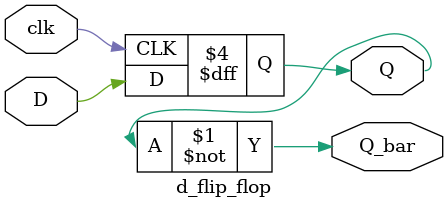
<source format=v>
module d_flip_flop(
    input D,
    input clk,
    output reg Q,
    output Q_bar
);
    initial Q = 0;
    assign Q_bar = ~Q;

    always @(posedge clk) begin
        Q <= D;
    end
endmodule






</source>
